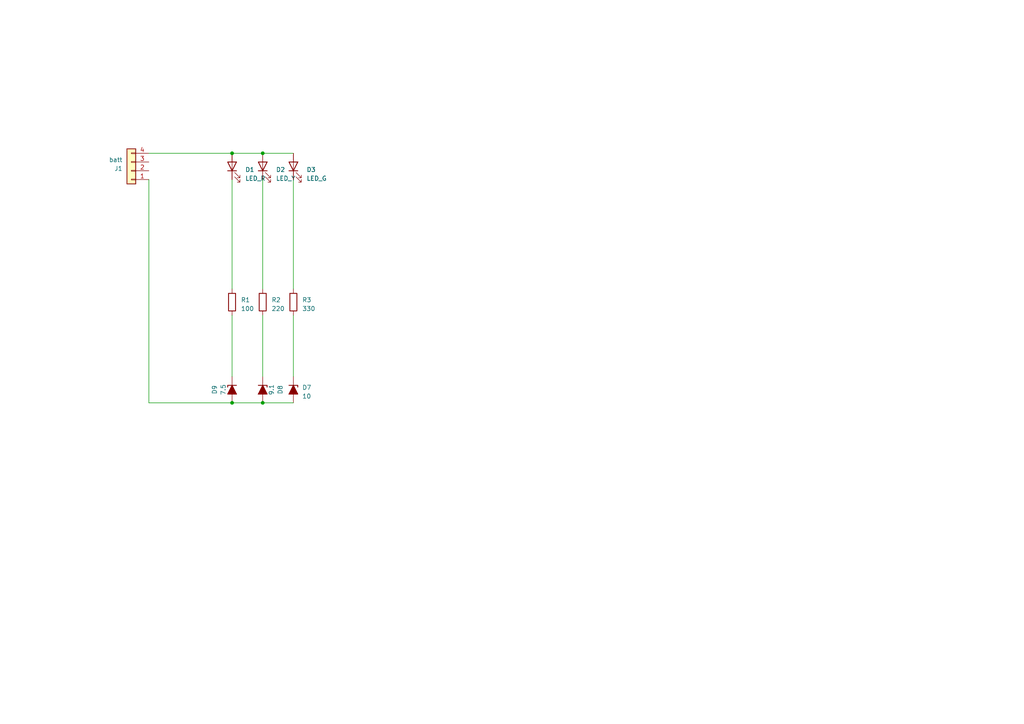
<source format=kicad_sch>
(kicad_sch (version 20230121) (generator eeschema)
  (paper "A4")
  (lib_symbols
    (symbol "Connector_Generic:Conn_01x04" (pin_names (offset 1.016) hide)
      (property "Reference" "J" (at 0 5.08 0))
      (property "Value" "Conn_01x04" (at 0 -7.62 0))
      (symbol "Conn_01x04_1_1"
        (rectangle (start -1.27 -4.953) (end 0 -5.207) (stroke (width 0.1524)))
        (rectangle (start -1.27 -2.413) (end 0 -2.667) (stroke (width 0.1524)))
        (rectangle (start -1.27 0.127) (end 0 -0.127) (stroke (width 0.1524)))
        (rectangle (start -1.27 2.667) (end 0 2.413) (stroke (width 0.1524)))
        (rectangle (start -1.27 3.81) (end 1.27 -6.35) (stroke (width 0.254)) (fill (type background)))
        (pin passive line (at -5.08 2.54 0) (length 3.81) (name "Pin_1") (number "1"))
        (pin passive line (at -5.08 0 0) (length 3.81) (name "Pin_2") (number "2"))
        (pin passive line (at -5.08 -2.54 0) (length 3.81) (name "Pin_3") (number "3"))
        (pin passive line (at -5.08 -5.08 0) (length 3.81) (name "Pin_4") (number "4"))
      )
    )
    (symbol "Device:D_Zener_Filled" (pin_numbers hide) (pin_names (offset 1.016) hide)
      (property "Reference" "D" (at 0 2.54 0))
      (property "Value" "D_Zener_Filled" (at 0 -2.54 0))
      (symbol "D_Zener_Filled_0_1"
        (polyline (pts (xy 1.27 0) (xy -1.27 0)))
        (polyline (pts (xy -1.27 -1.27) (xy -1.27 1.27) (xy -0.762 1.27)) (stroke (width 0.254)))
        (polyline (pts (xy 1.27 -1.27) (xy 1.27 1.27) (xy -1.27 0) (xy 1.27 -1.27)) (stroke (width 0.254)) (fill (type outline)))
      )
      (symbol "D_Zener_Filled_1_1"
        (pin passive line (at -3.81 0 0) (length 2.54) (name "K") (number "1"))
        (pin passive line (at 3.81 0 180) (length 2.54) (name "A") (number "2"))
      )
    )
    (symbol "Device:LED" (pin_numbers hide) (pin_names (offset 1.016) hide)
      (property "Reference" "D" (at 0 2.54 0))
      (property "Value" "LED" (at 0 -2.54 0))
      (symbol "LED_0_1"
        (polyline (pts (xy -1.27 -1.27) (xy -1.27 1.27)) (stroke (width 0.254)))
        (polyline (pts (xy -1.27 0) (xy 1.27 0)))
        (polyline (pts (xy 1.27 -1.27) (xy 1.27 1.27) (xy -1.27 0) (xy 1.27 -1.27)) (stroke (width 0.254)))
        (polyline (pts (xy -3.048 -0.762) (xy -4.572 -2.286) (xy -3.81 -2.286) (xy -4.572 -2.286) (xy -4.572 -1.524)))
        (polyline (pts (xy -1.778 -0.762) (xy -3.302 -2.286) (xy -2.54 -2.286) (xy -3.302 -2.286) (xy -3.302 -1.524)))
      )
      (symbol "LED_1_1"
        (pin passive line (at -3.81 0 0) (length 2.54) (name "K") (number "1"))
        (pin passive line (at 3.81 0 180) (length 2.54) (name "A") (number "2"))
      )
    )
    (symbol "Device:R" (pin_numbers hide) (pin_names (offset 0))
      (property "Reference" "R" (at 2.032 0 90))
      (property "Value" "R" (at 0 0 90))
      (symbol "R_0_1"
        (rectangle (start -1.016 -2.54) (end 1.016 2.54) (stroke (width 0.254)))
      )
      (symbol "R_1_1"
        (pin passive line (at 0 3.81 270) (length 1.27) (name "~") (number "1"))
        (pin passive line (at 0 -3.81 90) (length 1.27) (name "~") (number "2"))
      )
    )
  )
  (junction (at 67.31 116.84))
  (junction (at 76.2 116.84))
  (junction (at 67.31 44.45))
  (junction (at 76.2 44.45))
  (wire (pts (xy 43.18 52.07) (xy 43.18 116.84)))
  (wire (pts (xy 85.09 91.44) (xy 85.09 109.22)))
  (wire (pts (xy 43.18 44.45) (xy 67.31 44.45)))
  (wire (pts (xy 43.18 116.84) (xy 67.31 116.84)))
  (wire (pts (xy 85.09 52.07) (xy 85.09 83.82)))
  (wire (pts (xy 67.31 116.84) (xy 76.2 116.84)))
  (wire (pts (xy 67.31 109.22) (xy 67.31 91.44)))
  (wire (pts (xy 76.2 52.07) (xy 76.2 83.82)))
  (wire (pts (xy 76.2 91.44) (xy 76.2 109.22)))
  (wire (pts (xy 67.31 44.45) (xy 76.2 44.45)))
  (wire (pts (xy 76.2 44.45) (xy 85.09 44.45)))
  (wire (pts (xy 85.09 116.84) (xy 76.2 116.84)))
  (wire (pts (xy 67.31 83.82) (xy 67.31 52.07)))
  (symbol (lib_id "Device:LED") (at 76.2 48.26 90) (unit 1)
    (property "Reference" "D2" (at 80.01 49.2125 90) (effects (justify right)))
    (property "Value" "LED_Y" (at 80.01 51.7525 90) (effects (justify right)))
    (property "Footprint" "BIS_footprints.pretty (1):LED_D5.0mm" (effects hide))
  )
  (symbol (lib_id "Device:LED") (at 67.31 48.26 90) (unit 1)
    (property "Reference" "D1" (at 71.12 49.2125 90) (effects (justify right)))
    (property "Value" "LED_R" (at 71.12 51.7525 90) (effects (justify right)))
    (property "Footprint" "BIS_footprints.pretty (1):LED_D5.0mm" (effects hide))
  )
  (symbol (lib_id "Device:D_Zener_Filled") (at 85.09 113.03 270) (unit 1)
    (property "Reference" "D7" (at 87.63 112.395 90) (effects (justify left)))
    (property "Value" "10" (at 87.63 114.935 90) (effects (justify left)))
    (property "Footprint" "BIS_footprints.pretty (1):D_Zener_Horizontal" (effects hide))
  )
  (symbol (lib_id "Device:R") (at 76.2 87.63 0) (unit 1)
    (property "Reference" "R2" (at 78.74 86.995 0) (effects (justify left)))
    (property "Value" "220" (at 78.74 89.535 0) (effects (justify left)))
    (property "Footprint" "BIS_footprints.pretty (1):R_THT_Axial_Horizontal" (effects hide))
  )
  (symbol (lib_id "Device:D_Zener_Filled") (at 76.2 113.03 270) (unit 1)
    (property "Reference" "D8" (at 81.28 113.03 0))
    (property "Value" "9.1" (at 78.74 113.03 0))
    (property "Footprint" "BIS_footprints.pretty (1):D_Zener_Horizontal" (effects hide))
  )
  (symbol (lib_id "Device:R") (at 85.09 87.63 0) (unit 1)
    (property "Reference" "R3" (at 87.63 86.995 0) (effects (justify left)))
    (property "Value" "330" (at 87.63 89.535 0) (effects (justify left)))
    (property "Footprint" "BIS_footprints.pretty (1):R_THT_Axial_Horizontal" (effects hide))
  )
  (symbol (lib_id "Device:R") (at 67.31 87.63 0) (unit 1)
    (property "Reference" "R1" (at 69.85 86.995 0) (effects (justify left)))
    (property "Value" "100" (at 69.85 89.535 0) (effects (justify left)))
    (property "Footprint" "BIS_footprints.pretty (1):R_THT_Axial_Horizontal" (effects hide))
  )
  (symbol (lib_id "Device:D_Zener_Filled") (at 67.31 113.03 90) (mirror x) (unit 1)
    (property "Reference" "D9" (at 62.23 113.03 0))
    (property "Value" "7.5" (at 64.77 113.03 0))
    (property "Footprint" "BIS_footprints.pretty (1):D_Zener_Horizontal" (effects hide))
  )
  (symbol (lib_id "Connector_Generic:Conn_01x04") (at 38.1 49.53 180) (unit 1)
    (property "Reference" "J1" (at 35.56 48.895 0) (effects (justify left)))
    (property "Value" "batt" (at 35.56 46.355 0) (effects (justify left)))
    (property "Footprint" "BIS_footprints.pretty (1):Conn_1x4_Vertical" (effects hide))
  )
  (symbol (lib_id "Device:LED") (at 85.09 48.26 90) (unit 1)
    (property "Reference" "D3" (at 88.9 49.2125 90) (effects (justify right)))
    (property "Value" "LED_G" (at 88.9 51.7525 90) (effects (justify right)))
    (property "Footprint" "BIS_footprints.pretty (1):LED_D5.0mm" (effects hide))
  )
)
</source>
